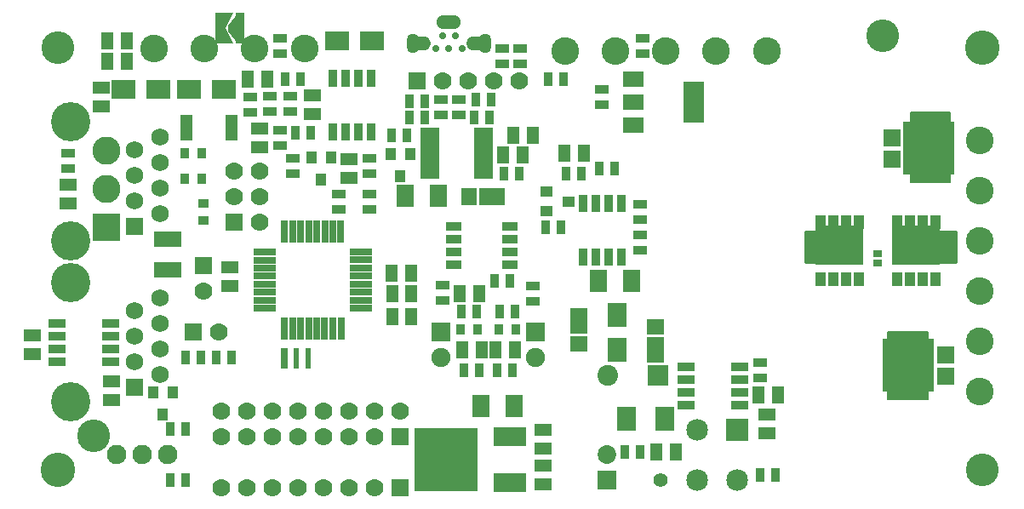
<source format=gts>
G04 (created by PCBNEW (2013-07-07 BZR 4022)-stable) date 2/4/2017 6:27:51 AM*
%MOIN*%
G04 Gerber Fmt 3.4, Leading zero omitted, Abs format*
%FSLAX34Y34*%
G01*
G70*
G90*
G04 APERTURE LIST*
%ADD10C,0.00590551*%
%ADD11O,0.0808661X0.0533071*%
%ADD12O,0.0966142X0.0533071*%
%ADD13R,0.07X0.07*%
%ADD14C,0.07*%
%ADD15R,0.021148X0.0802031*%
%ADD16R,0.025748X0.0848031*%
%ADD17C,0.1537*%
%ADD18R,0.0691X0.0691*%
%ADD19C,0.0691*%
%ADD20R,0.0809X0.0612*%
%ADD21R,0.0809X0.1596*%
%ADD22C,0.1281*%
%ADD23R,0.0415X0.0494*%
%ADD24R,0.045X0.065*%
%ADD25R,0.065X0.045*%
%ADD26C,0.135*%
%ADD27R,0.035X0.055*%
%ADD28R,0.0651X0.0336*%
%ADD29R,0.0887X0.0277*%
%ADD30R,0.0277X0.0887*%
%ADD31R,0.0729921X0.0729921*%
%ADD32C,0.0729921*%
%ADD33R,0.075X0.026*%
%ADD34R,0.07X0.09*%
%ADD35R,0.0494X0.0415*%
%ADD36C,0.108425*%
%ADD37R,0.0808661X0.0808661*%
%ADD38C,0.0808661*%
%ADD39R,0.198976X0.20685*%
%ADD40R,0.0651181X0.0651181*%
%ADD41R,0.073X0.0966*%
%ADD42R,0.055X0.035*%
%ADD43C,0.0395*%
%ADD44C,0.055*%
%ADD45R,0.0336X0.0651*%
%ADD46R,0.0494X0.0206*%
%ADD47C,0.076*%
%ADD48R,0.0415X0.12*%
%ADD49R,0.035X0.123*%
%ADD50R,0.11X0.11*%
%ADD51C,0.11*%
%ADD52R,0.06X0.035*%
%ADD53R,0.0927X0.0769*%
%ADD54R,0.0769X0.0927*%
%ADD55R,0.11X0.06*%
%ADD56R,0.13X0.075*%
%ADD57R,0.25X0.25*%
%ADD58C,0.085*%
%ADD59R,0.085X0.085*%
%ADD60R,0.0395276X0.0552756*%
%ADD61R,0.189528X0.157638*%
%ADD62O,0.0493701X0.0769291*%
%ADD63C,0.0277165*%
%ADD64R,0.0336X0.0257*%
%ADD65R,0.0336X0.0415*%
%ADD66R,0.0415X0.0336*%
%ADD67R,0.0651181X0.100551*%
%ADD68R,0.0651181X0.0592126*%
%ADD69R,0.100551X0.0651181*%
%ADD70R,0.0592126X0.0651181*%
%ADD71R,0.0749606X0.0749606*%
%ADD72C,0.0749606*%
%ADD73C,0.008*%
%ADD74C,0.01*%
G04 APERTURE END LIST*
G54D10*
G54D11*
X47297Y-21100D03*
X49502Y-21100D03*
G54D12*
X48400Y-20253D03*
G54D13*
X47150Y-22550D03*
G54D14*
X48150Y-22550D03*
X49150Y-22550D03*
X50150Y-22550D03*
X51150Y-22550D03*
G54D15*
X42892Y-33440D03*
X42420Y-33440D03*
G54D16*
X41947Y-33440D03*
G54D17*
X33600Y-24162D03*
X33600Y-28835D03*
G54D18*
X36100Y-28250D03*
G54D19*
X37100Y-27750D03*
X36100Y-27250D03*
X37100Y-26750D03*
X36100Y-26250D03*
X37100Y-25750D03*
X36100Y-25250D03*
X37100Y-24750D03*
G54D17*
X33600Y-30462D03*
X33600Y-35135D03*
G54D18*
X36100Y-34550D03*
G54D19*
X37100Y-34050D03*
X36100Y-33550D03*
X37100Y-33050D03*
X36100Y-32550D03*
X37100Y-32050D03*
X36100Y-31550D03*
X37100Y-31050D03*
G54D20*
X55619Y-22494D03*
X55619Y-23400D03*
X55619Y-24306D03*
G54D21*
X57981Y-23400D03*
G54D22*
X69291Y-37795D03*
G54D23*
X37200Y-35633D03*
X36825Y-34767D03*
X37575Y-34767D03*
X46500Y-26283D03*
X46125Y-25417D03*
X46875Y-25417D03*
X43400Y-26433D03*
X43025Y-25567D03*
X43775Y-25567D03*
G54D24*
X51275Y-25450D03*
X50525Y-25450D03*
G54D25*
X32100Y-33275D03*
X32100Y-32525D03*
X44500Y-25625D03*
X44500Y-26375D03*
G54D24*
X46915Y-30080D03*
X46165Y-30080D03*
X46935Y-30900D03*
X46185Y-30900D03*
G54D25*
X39825Y-30600D03*
X39825Y-29850D03*
G54D13*
X40000Y-28100D03*
G54D14*
X41000Y-28100D03*
X40000Y-27100D03*
X41000Y-27100D03*
X40000Y-26100D03*
X41000Y-26100D03*
G54D26*
X69291Y-21259D03*
X33070Y-37795D03*
G54D27*
X46850Y-24000D03*
X47450Y-24000D03*
X50000Y-24000D03*
X49400Y-24000D03*
G54D25*
X33500Y-27375D03*
X33500Y-26625D03*
G54D28*
X35150Y-32050D03*
X33050Y-32050D03*
X35150Y-32550D03*
X35150Y-33050D03*
X35150Y-33550D03*
X33050Y-32550D03*
X33050Y-33050D03*
X33050Y-33550D03*
G54D29*
X41179Y-31468D03*
X41179Y-31153D03*
X41179Y-30838D03*
X41179Y-30523D03*
X41179Y-30208D03*
X41179Y-29893D03*
X41179Y-29578D03*
X41179Y-29263D03*
X44945Y-29265D03*
X44945Y-31475D03*
X44945Y-31155D03*
X44945Y-30835D03*
X44945Y-30525D03*
X44945Y-30205D03*
X44945Y-29895D03*
X44945Y-29575D03*
G54D30*
X41963Y-28475D03*
X42277Y-28475D03*
X42593Y-28475D03*
X42907Y-28475D03*
X43223Y-28475D03*
X43537Y-28475D03*
X43853Y-28475D03*
X44167Y-28475D03*
X41965Y-32255D03*
X42275Y-32255D03*
X42595Y-32255D03*
X42905Y-32255D03*
X43215Y-32255D03*
X43535Y-32255D03*
X43855Y-32255D03*
X44175Y-32255D03*
G54D25*
X60850Y-35625D03*
X60850Y-36375D03*
G54D24*
X46175Y-31800D03*
X46925Y-31800D03*
X48925Y-33100D03*
X49675Y-33100D03*
X41275Y-22500D03*
X40525Y-22500D03*
G54D31*
X54600Y-38192D03*
G54D32*
X54600Y-37207D03*
G54D22*
X33070Y-21259D03*
G54D33*
X49750Y-25525D03*
X49750Y-25275D03*
X49750Y-25025D03*
X49750Y-24775D03*
X47650Y-26275D03*
X49750Y-26275D03*
X49750Y-26025D03*
X49750Y-25775D03*
X47650Y-24525D03*
X47650Y-24775D03*
X47650Y-25025D03*
X47650Y-25275D03*
X47650Y-25525D03*
X47650Y-25775D03*
X49750Y-24525D03*
X47650Y-26025D03*
G54D27*
X50050Y-23300D03*
X49450Y-23300D03*
X46850Y-23350D03*
X47450Y-23350D03*
G54D34*
X46700Y-27050D03*
X48000Y-27050D03*
G54D25*
X52100Y-36975D03*
X52100Y-36225D03*
G54D35*
X53083Y-27280D03*
X52217Y-27655D03*
X52217Y-26905D03*
G54D24*
X53675Y-25400D03*
X52925Y-25400D03*
X51675Y-24700D03*
X50925Y-24700D03*
X49575Y-30900D03*
X48825Y-30900D03*
G54D36*
X69200Y-34721D03*
X69200Y-32752D03*
X69200Y-30784D03*
X69200Y-28815D03*
X69200Y-24878D03*
X69200Y-26847D03*
G54D25*
X34800Y-23575D03*
X34800Y-22825D03*
G54D34*
X55550Y-30400D03*
X54250Y-30400D03*
G54D24*
X60525Y-34850D03*
X61275Y-34850D03*
G54D37*
X56584Y-34100D03*
G54D38*
X54615Y-34100D03*
G54D39*
X66400Y-33700D03*
G54D40*
X67856Y-34113D03*
X67856Y-33286D03*
G54D39*
X67200Y-25200D03*
G54D40*
X65743Y-24786D03*
X65743Y-25613D03*
G54D41*
X55352Y-35800D03*
X56848Y-35800D03*
G54D27*
X46750Y-24700D03*
X46150Y-24700D03*
G54D42*
X42300Y-25600D03*
X42300Y-26200D03*
X48800Y-23300D03*
X48800Y-23900D03*
X48100Y-23300D03*
X48100Y-23900D03*
X33500Y-26000D03*
X33500Y-25400D03*
G54D27*
X42600Y-22500D03*
X42000Y-22500D03*
G54D42*
X45300Y-26200D03*
X45300Y-25600D03*
G54D27*
X38100Y-38200D03*
X37500Y-38200D03*
X61200Y-38000D03*
X60600Y-38000D03*
X48900Y-31600D03*
X49500Y-31600D03*
X49600Y-33900D03*
X49000Y-33900D03*
G54D42*
X60602Y-34199D03*
X60602Y-33599D03*
G54D27*
X52800Y-28300D03*
X52200Y-28300D03*
X53000Y-26200D03*
X53600Y-26200D03*
G54D42*
X56000Y-21500D03*
X56000Y-20900D03*
X54400Y-23500D03*
X54400Y-22900D03*
X55900Y-27400D03*
X55900Y-28000D03*
X55900Y-29200D03*
X55900Y-28600D03*
X48150Y-31150D03*
X48150Y-30550D03*
X45300Y-27000D03*
X45300Y-27600D03*
G54D27*
X51150Y-26200D03*
X50550Y-26200D03*
G54D43*
X65400Y-20800D03*
G54D22*
X65400Y-20800D03*
G54D28*
X57700Y-35250D03*
X59800Y-35250D03*
X57700Y-34750D03*
X57700Y-34250D03*
X57700Y-33750D03*
X59800Y-34750D03*
X59800Y-34250D03*
X59800Y-33750D03*
G54D25*
X41000Y-25175D03*
X41000Y-24425D03*
G54D27*
X38700Y-33400D03*
X38100Y-33400D03*
G54D42*
X41800Y-20900D03*
X41800Y-21500D03*
G54D44*
X56700Y-38200D03*
G54D45*
X53650Y-27350D03*
X53650Y-29450D03*
X54150Y-27350D03*
X54650Y-27350D03*
X55150Y-27350D03*
X54150Y-29450D03*
X54650Y-29450D03*
X55150Y-29450D03*
X45350Y-24550D03*
X45350Y-22450D03*
X44850Y-24550D03*
X44350Y-24550D03*
X43850Y-24550D03*
X44850Y-22450D03*
X44350Y-22450D03*
X43850Y-22450D03*
G54D27*
X39300Y-33400D03*
X39900Y-33400D03*
G54D46*
X38125Y-24000D03*
X38125Y-24200D03*
X38125Y-24400D03*
X38125Y-24600D03*
X38125Y-24800D03*
X39875Y-24800D03*
X39875Y-24600D03*
X39875Y-24400D03*
X39875Y-24200D03*
X39875Y-24000D03*
G54D14*
X39500Y-36500D03*
X40500Y-36500D03*
X41500Y-36500D03*
X42500Y-36500D03*
X43500Y-36500D03*
X44500Y-36500D03*
X45500Y-36500D03*
G54D13*
X46500Y-36500D03*
X46500Y-38500D03*
G54D14*
X45500Y-38500D03*
X44500Y-38500D03*
X43500Y-38500D03*
X42500Y-38500D03*
X41500Y-38500D03*
X40500Y-38500D03*
X39500Y-38500D03*
X39500Y-35500D03*
X40500Y-35500D03*
X41500Y-35500D03*
X42500Y-35500D03*
X43500Y-35500D03*
X44500Y-35500D03*
X45500Y-35500D03*
X46500Y-35500D03*
G54D42*
X42175Y-23775D03*
X42175Y-23175D03*
G54D27*
X43000Y-24600D03*
X42400Y-24600D03*
G54D42*
X41800Y-25100D03*
X41800Y-24500D03*
G54D24*
X35775Y-21000D03*
X35025Y-21000D03*
X35775Y-21800D03*
X35025Y-21800D03*
G54D13*
X38400Y-32400D03*
G54D14*
X39400Y-32400D03*
G54D24*
X50975Y-33100D03*
X50225Y-33100D03*
G54D27*
X50300Y-33900D03*
X50900Y-33900D03*
X51000Y-31600D03*
X50400Y-31600D03*
X38100Y-36200D03*
X37500Y-36200D03*
G54D47*
X37400Y-37200D03*
X36400Y-37200D03*
X35400Y-37200D03*
G54D42*
X51700Y-31200D03*
X51700Y-30600D03*
G54D36*
X42752Y-21300D03*
X40784Y-21300D03*
X36847Y-21300D03*
X38815Y-21300D03*
G54D10*
G36*
X40157Y-19885D02*
X40157Y-21115D01*
X39742Y-20615D01*
X39742Y-20385D01*
X40157Y-19885D01*
X40157Y-19885D01*
G37*
G54D48*
X39450Y-20500D03*
G54D49*
X40230Y-20500D03*
G54D10*
G36*
X39957Y-19900D02*
X39657Y-20500D01*
X39542Y-20500D01*
X39242Y-19900D01*
X39957Y-19900D01*
X39957Y-19900D01*
G37*
G36*
X39242Y-21100D02*
X39542Y-20500D01*
X39657Y-20500D01*
X39957Y-21100D01*
X39242Y-21100D01*
X39242Y-21100D01*
G37*
G54D25*
X43050Y-23875D03*
X43050Y-23125D03*
G54D43*
X34500Y-36450D03*
G54D22*
X34500Y-36450D03*
G54D50*
X35000Y-28300D03*
G54D51*
X35000Y-26800D03*
X35000Y-25300D03*
G54D27*
X50200Y-30400D03*
X50800Y-30400D03*
G54D52*
X50800Y-29750D03*
X50800Y-29250D03*
X50800Y-28750D03*
X50800Y-28250D03*
X48600Y-28250D03*
X48600Y-28750D03*
X48600Y-29250D03*
X48600Y-29750D03*
G54D36*
X60837Y-21400D03*
X58868Y-21400D03*
X56900Y-21400D03*
X52962Y-21400D03*
X54931Y-21400D03*
G54D27*
X52900Y-22500D03*
X52300Y-22500D03*
G54D13*
X38800Y-29800D03*
G54D14*
X38800Y-30800D03*
G54D53*
X44019Y-21000D03*
X45381Y-21000D03*
X39581Y-22900D03*
X38219Y-22900D03*
G54D54*
X55000Y-31719D03*
X55000Y-33081D03*
G54D53*
X35669Y-22900D03*
X37031Y-22900D03*
G54D55*
X37400Y-29950D03*
X37400Y-28750D03*
G54D25*
X35200Y-34325D03*
X35200Y-35075D03*
X52100Y-38375D03*
X52100Y-37625D03*
G54D34*
X49650Y-35300D03*
X50950Y-35300D03*
G54D56*
X50800Y-38300D03*
G54D57*
X48300Y-37400D03*
G54D56*
X50800Y-36500D03*
G54D58*
X58113Y-38184D03*
X59687Y-38184D03*
G54D59*
X59687Y-36216D03*
G54D58*
X58113Y-36216D03*
G54D60*
X65950Y-30320D03*
X66450Y-30320D03*
X66950Y-30320D03*
X67450Y-30320D03*
X67450Y-28079D03*
X66950Y-28079D03*
X66450Y-28079D03*
X65950Y-28079D03*
G54D61*
X66700Y-28991D03*
G54D60*
X62950Y-30320D03*
X63450Y-30320D03*
X63950Y-30320D03*
X64450Y-30320D03*
X64450Y-28079D03*
X63950Y-28079D03*
X63450Y-28079D03*
X62950Y-28079D03*
G54D61*
X63700Y-28991D03*
G54D42*
X50500Y-21900D03*
X50500Y-21300D03*
X51200Y-21900D03*
X51200Y-21300D03*
G54D24*
X56525Y-37100D03*
X57275Y-37100D03*
G54D27*
X55900Y-37100D03*
X55300Y-37100D03*
X54900Y-26000D03*
X54300Y-26000D03*
G54D62*
X46992Y-21100D03*
X49807Y-21100D03*
G54D63*
X48144Y-20792D03*
X48400Y-21296D03*
X48655Y-20792D03*
X48911Y-21296D03*
X47888Y-21296D03*
G54D42*
X41375Y-23175D03*
X41375Y-23775D03*
X40625Y-23200D03*
X40625Y-23800D03*
X44100Y-27000D03*
X44100Y-27600D03*
G54D64*
X65200Y-29323D03*
X65200Y-29677D03*
G54D65*
X48865Y-32300D03*
X49535Y-32300D03*
X38735Y-26400D03*
X38065Y-26400D03*
X38735Y-25400D03*
X38065Y-25400D03*
G54D66*
X38800Y-28035D03*
X38800Y-27365D03*
G54D65*
X51035Y-32300D03*
X50365Y-32300D03*
G54D67*
X53500Y-31947D03*
G54D68*
X53500Y-32862D03*
G54D67*
X56500Y-33102D03*
G54D68*
X56500Y-32187D03*
G54D69*
X50102Y-27100D03*
G54D70*
X49187Y-27100D03*
G54D71*
X51800Y-32400D03*
G54D72*
X51800Y-33400D03*
G54D71*
X48100Y-32400D03*
G54D72*
X48100Y-33400D03*
G54D10*
G36*
X68010Y-26510D02*
X66490Y-26510D01*
X66490Y-23790D01*
X68010Y-23790D01*
X68010Y-26510D01*
X68010Y-26510D01*
G37*
G54D73*
X68010Y-26510D02*
X66490Y-26510D01*
X66490Y-23790D01*
X68010Y-23790D01*
X68010Y-26510D01*
G54D10*
G36*
X67160Y-35010D02*
X65590Y-35010D01*
X65590Y-32390D01*
X67160Y-32390D01*
X67160Y-35010D01*
X67160Y-35010D01*
G37*
G54D73*
X67160Y-35010D02*
X65590Y-35010D01*
X65590Y-32390D01*
X67160Y-32390D01*
X67160Y-35010D01*
G54D10*
G36*
X68250Y-29650D02*
X67050Y-29650D01*
X67050Y-28450D01*
X68250Y-28450D01*
X68250Y-29650D01*
X68250Y-29650D01*
G37*
G54D74*
X68250Y-29650D02*
X67050Y-29650D01*
X67050Y-28450D01*
X68250Y-28450D01*
X68250Y-29650D01*
G54D10*
G36*
X63150Y-29650D02*
X62350Y-29650D01*
X62350Y-28450D01*
X63150Y-28450D01*
X63150Y-29650D01*
X63150Y-29650D01*
G37*
G54D74*
X63150Y-29650D02*
X62350Y-29650D01*
X62350Y-28450D01*
X63150Y-28450D01*
X63150Y-29650D01*
M02*

</source>
